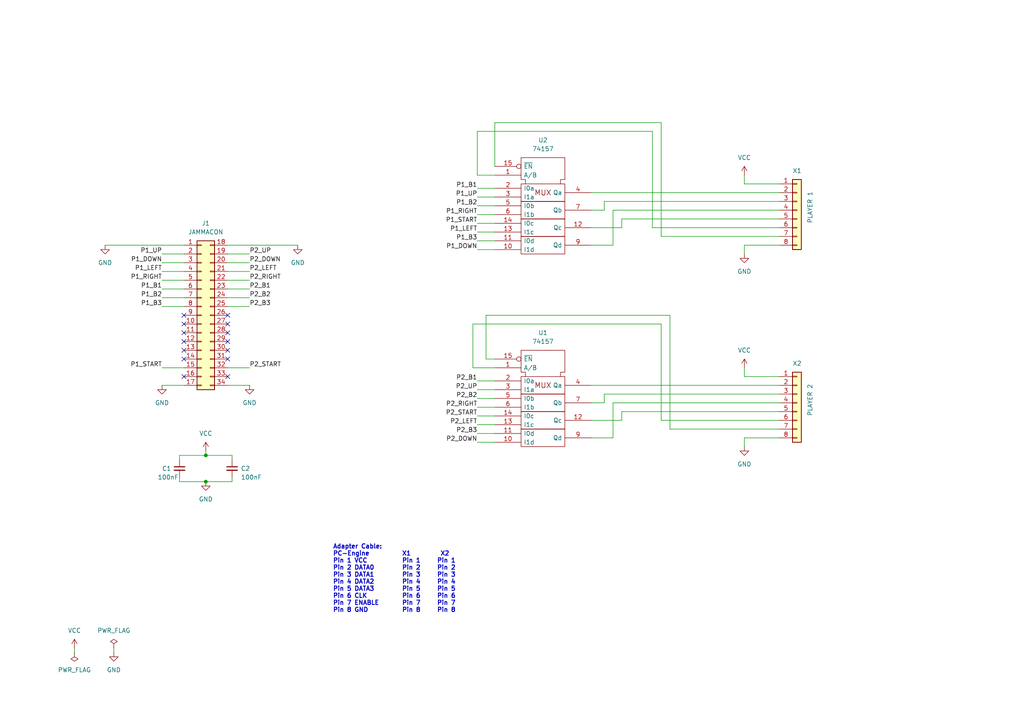
<source format=kicad_sch>
(kicad_sch (version 20211123) (generator eeschema)
  (paper "A4")
  (title_block (title "Jammacon PC-Engine") (rev "2.2") (company "Shane Kiely"))
  (lib_symbols
    (symbol "74xx_IEEE:74157" (pin_names (offset 0.762))
      (property "Reference" "U" (at 7.62 10.16 0))
      (property "Value" "74157" (at 6.35 -16.51 0))
      (symbol "74157_0_0"
        (rectangle (start -6.35 -10.16) (end 6.35 -15.24))
        (rectangle (start -6.35 -5.08) (end 6.35 -10.16))
        (rectangle (start -6.35 0) (end 6.35 -5.08))
        (rectangle (start -6.35 5.08) (end 6.35 0))
        (polyline (pts (xy -5.08 5.08) (xy -5.08 6.35) (xy -6.35 6.35) (xy -6.35 12.7) (xy 6.35 12.7) (xy 6.35 6.35) (xy 5.08 6.35) (xy 5.08 5.08) (xy 5.08 5.08)))
        (text "MUX" (at 0 2.54 0) (effects (font (size 1.524 1.524))))
        (pin power_in line (at 3.81 12.7 270) (length 0) hide (name "VCC") (number "16"))
        (pin power_in line (at 0 12.7 270) (length 0) hide (name "GND") (number "8"))
      )
      (symbol "74157_1_1"
        (pin input line (at -13.97 7.62 0) (length 7.62) (name "A/B") (number "1"))
        (pin input line (at -13.97 -13.97 0) (length 7.62) (name "I1d") (number "10"))
        (pin input line (at -13.97 -11.43 0) (length 7.62) (name "I0d") (number "11"))
        (pin output line (at 13.97 -7.62 180) (length 7.62) (name "Qc") (number "12"))
        (pin input line (at -13.97 -8.89 0) (length 7.62) (name "I1c") (number "13"))
        (pin input line (at -13.97 -6.35 0) (length 7.62) (name "I0c") (number "14"))
        (pin input inverted (at -13.97 10.16 0) (length 7.62) (name "~{EN}") (number "15"))
        (pin input line (at -13.97 3.81 0) (length 7.62) (name "I0a") (number "2"))
        (pin input line (at -13.97 1.27 0) (length 7.62) (name "I1a") (number "3"))
        (pin output line (at 13.97 2.54 180) (length 7.62) (name "Qa") (number "4"))
        (pin input line (at -13.97 -1.27 0) (length 7.62) (name "I0b") (number "5"))
        (pin input line (at -13.97 -3.81 0) (length 7.62) (name "I1b") (number "6"))
        (pin output line (at 13.97 -2.54 180) (length 7.62) (name "Qb") (number "7"))
        (pin output line (at 13.97 -12.7 180) (length 7.62) (name "Qd") (number "9"))
      )
    )
    (symbol "Connector_Generic:Conn_01x08" (pin_names (offset 1.016) hide)
      (property "Reference" "J" (at 0 10.16 0))
      (property "Value" "Conn_01x08" (at 0 -12.7 0))
      (symbol "Conn_01x08_1_1"
        (rectangle (start -1.27 -10.033) (end 0 -10.287) (stroke (width 0.1524)))
        (rectangle (start -1.27 -7.493) (end 0 -7.747) (stroke (width 0.1524)))
        (rectangle (start -1.27 -4.953) (end 0 -5.207) (stroke (width 0.1524)))
        (rectangle (start -1.27 -2.413) (end 0 -2.667) (stroke (width 0.1524)))
        (rectangle (start -1.27 0.127) (end 0 -0.127) (stroke (width 0.1524)))
        (rectangle (start -1.27 2.667) (end 0 2.413) (stroke (width 0.1524)))
        (rectangle (start -1.27 5.207) (end 0 4.953) (stroke (width 0.1524)))
        (rectangle (start -1.27 7.747) (end 0 7.493) (stroke (width 0.1524)))
        (rectangle (start -1.27 8.89) (end 1.27 -11.43) (stroke (width 0.254)) (fill (type background)))
        (pin passive line (at -5.08 7.62 0) (length 3.81) (name "Pin_1") (number "1"))
        (pin passive line (at -5.08 5.08 0) (length 3.81) (name "Pin_2") (number "2"))
        (pin passive line (at -5.08 2.54 0) (length 3.81) (name "Pin_3") (number "3"))
        (pin passive line (at -5.08 0 0) (length 3.81) (name "Pin_4") (number "4"))
        (pin passive line (at -5.08 -2.54 0) (length 3.81) (name "Pin_5") (number "5"))
        (pin passive line (at -5.08 -5.08 0) (length 3.81) (name "Pin_6") (number "6"))
        (pin passive line (at -5.08 -7.62 0) (length 3.81) (name "Pin_7") (number "7"))
        (pin passive line (at -5.08 -10.16 0) (length 3.81) (name "Pin_8") (number "8"))
      )
    )
    (symbol "Connector_Generic:Conn_02x17_Top_Bottom" (pin_names (offset 1.016) hide)
      (property "Reference" "J" (at 1.27 22.86 0))
      (property "Value" "Conn_02x17_Top_Bottom" (at 1.27 -22.86 0))
      (symbol "Conn_02x17_Top_Bottom_1_1"
        (rectangle (start -1.27 -20.193) (end 0 -20.447) (stroke (width 0.1524)))
        (rectangle (start -1.27 -17.653) (end 0 -17.907) (stroke (width 0.1524)))
        (rectangle (start -1.27 -15.113) (end 0 -15.367) (stroke (width 0.1524)))
        (rectangle (start -1.27 -12.573) (end 0 -12.827) (stroke (width 0.1524)))
        (rectangle (start -1.27 -10.033) (end 0 -10.287) (stroke (width 0.1524)))
        (rectangle (start -1.27 -7.493) (end 0 -7.747) (stroke (width 0.1524)))
        (rectangle (start -1.27 -4.953) (end 0 -5.207) (stroke (width 0.1524)))
        (rectangle (start -1.27 -2.413) (end 0 -2.667) (stroke (width 0.1524)))
        (rectangle (start -1.27 0.127) (end 0 -0.127) (stroke (width 0.1524)))
        (rectangle (start -1.27 2.667) (end 0 2.413) (stroke (width 0.1524)))
        (rectangle (start -1.27 5.207) (end 0 4.953) (stroke (width 0.1524)))
        (rectangle (start -1.27 7.747) (end 0 7.493) (stroke (width 0.1524)))
        (rectangle (start -1.27 10.287) (end 0 10.033) (stroke (width 0.1524)))
        (rectangle (start -1.27 12.827) (end 0 12.573) (stroke (width 0.1524)))
        (rectangle (start -1.27 15.367) (end 0 15.113) (stroke (width 0.1524)))
        (rectangle (start -1.27 17.907) (end 0 17.653) (stroke (width 0.1524)))
        (rectangle (start -1.27 20.447) (end 0 20.193) (stroke (width 0.1524)))
        (rectangle (start -1.27 21.59) (end 3.81 -21.59) (stroke (width 0.254)) (fill (type background)))
        (rectangle (start 3.81 -20.193) (end 2.54 -20.447) (stroke (width 0.1524)))
        (rectangle (start 3.81 -17.653) (end 2.54 -17.907) (stroke (width 0.1524)))
        (rectangle (start 3.81 -15.113) (end 2.54 -15.367) (stroke (width 0.1524)))
        (rectangle (start 3.81 -12.573) (end 2.54 -12.827) (stroke (width 0.1524)))
        (rectangle (start 3.81 -10.033) (end 2.54 -10.287) (stroke (width 0.1524)))
        (rectangle (start 3.81 -7.493) (end 2.54 -7.747) (stroke (width 0.1524)))
        (rectangle (start 3.81 -4.953) (end 2.54 -5.207) (stroke (width 0.1524)))
        (rectangle (start 3.81 -2.413) (end 2.54 -2.667) (stroke (width 0.1524)))
        (rectangle (start 3.81 0.127) (end 2.54 -0.127) (stroke (width 0.1524)))
        (rectangle (start 3.81 2.667) (end 2.54 2.413) (stroke (width 0.1524)))
        (rectangle (start 3.81 5.207) (end 2.54 4.953) (stroke (width 0.1524)))
        (rectangle (start 3.81 7.747) (end 2.54 7.493) (stroke (width 0.1524)))
        (rectangle (start 3.81 10.287) (end 2.54 10.033) (stroke (width 0.1524)))
        (rectangle (start 3.81 12.827) (end 2.54 12.573) (stroke (width 0.1524)))
        (rectangle (start 3.81 15.367) (end 2.54 15.113) (stroke (width 0.1524)))
        (rectangle (start 3.81 17.907) (end 2.54 17.653) (stroke (width 0.1524)))
        (rectangle (start 3.81 20.447) (end 2.54 20.193) (stroke (width 0.1524)))
        (pin passive line (at -5.08 20.32 0) (length 3.81) (name "Pin_1") (number "1"))
        (pin passive line (at -5.08 -2.54 0) (length 3.81) (name "Pin_10") (number "10"))
        (pin passive line (at -5.08 -5.08 0) (length 3.81) (name "Pin_11") (number "11"))
        (pin passive line (at -5.08 -7.62 0) (length 3.81) (name "Pin_12") (number "12"))
        (pin passive line (at -5.08 -10.16 0) (length 3.81) (name "Pin_13") (number "13"))
        (pin passive line (at -5.08 -12.7 0) (length 3.81) (name "Pin_14") (number "14"))
        (pin passive line (at -5.08 -15.24 0) (length 3.81) (name "Pin_15") (number "15"))
        (pin passive line (at -5.08 -17.78 0) (length 3.81) (name "Pin_16") (number "16"))
        (pin passive line (at -5.08 -20.32 0) (length 3.81) (name "Pin_17") (number "17"))
        (pin passive line (at 7.62 20.32 180) (length 3.81) (name "Pin_18") (number "18"))
        (pin passive line (at 7.62 17.78 180) (length 3.81) (name "Pin_19") (number "19"))
        (pin passive line (at -5.08 17.78 0) (length 3.81) (name "Pin_2") (number "2"))
        (pin passive line (at 7.62 15.24 180) (length 3.81) (name "Pin_20") (number "20"))
        (pin passive line (at 7.62 12.7 180) (length 3.81) (name "Pin_21") (number "21"))
        (pin passive line (at 7.62 10.16 180) (length 3.81) (name "Pin_22") (number "22"))
        (pin passive line (at 7.62 7.62 180) (length 3.81) (name "Pin_23") (number "23"))
        (pin passive line (at 7.62 5.08 180) (length 3.81) (name "Pin_24") (number "24"))
        (pin passive line (at 7.62 2.54 180) (length 3.81) (name "Pin_25") (number "25"))
        (pin passive line (at 7.62 0 180) (length 3.81) (name "Pin_26") (number "26"))
        (pin passive line (at 7.62 -2.54 180) (length 3.81) (name "Pin_27") (number "27"))
        (pin passive line (at 7.62 -5.08 180) (length 3.81) (name "Pin_28") (number "28"))
        (pin passive line (at 7.62 -7.62 180) (length 3.81) (name "Pin_29") (number "29"))
        (pin passive line (at -5.08 15.24 0) (length 3.81) (name "Pin_3") (number "3"))
        (pin passive line (at 7.62 -10.16 180) (length 3.81) (name "Pin_30") (number "30"))
        (pin passive line (at 7.62 -12.7 180) (length 3.81) (name "Pin_31") (number "31"))
        (pin passive line (at 7.62 -15.24 180) (length 3.81) (name "Pin_32") (number "32"))
        (pin passive line (at 7.62 -17.78 180) (length 3.81) (name "Pin_33") (number "33"))
        (pin passive line (at 7.62 -20.32 180) (length 3.81) (name "Pin_34") (number "34"))
        (pin passive line (at -5.08 12.7 0) (length 3.81) (name "Pin_4") (number "4"))
        (pin passive line (at -5.08 10.16 0) (length 3.81) (name "Pin_5") (number "5"))
        (pin passive line (at -5.08 7.62 0) (length 3.81) (name "Pin_6") (number "6"))
        (pin passive line (at -5.08 5.08 0) (length 3.81) (name "Pin_7") (number "7"))
        (pin passive line (at -5.08 2.54 0) (length 3.81) (name "Pin_8") (number "8"))
        (pin passive line (at -5.08 0 0) (length 3.81) (name "Pin_9") (number "9"))
      )
    )
    (symbol "Device:C_Small" (pin_numbers hide) (pin_names (offset 0.254) hide)
      (property "Reference" "C" (at 0.254 1.778 0))
      (property "Value" "C_Small" (at 0.254 -2.032 0))
      (symbol "C_Small_0_1"
        (polyline (pts (xy -1.524 -0.508) (xy 1.524 -0.508)) (stroke (width 0.3302)))
        (polyline (pts (xy -1.524 0.508) (xy 1.524 0.508)) (stroke (width 0.3048)))
      )
      (symbol "C_Small_1_1"
        (pin passive line (at 0 2.54 270) (length 2.032) (name "~") (number "1"))
        (pin passive line (at 0 -2.54 90) (length 2.032) (name "~") (number "2"))
      )
    )
    (symbol "power:GND" (power) (pin_names (offset 0))
      (property "Value" "GND" (at 0 -3.81 0))
      (symbol "GND_0_1"
        (polyline (pts (xy 0 0) (xy 0 -1.27) (xy 1.27 -1.27) (xy 0 -2.54) (xy -1.27 -1.27) (xy 0 -1.27)))
      )
      (symbol "GND_1_1"
        (pin power_in line (at 0 0 270) (length 0) hide (name "GND") (number "1"))
      )
    )
    (symbol "power:PWR_FLAG" (power) (pin_numbers hide) (pin_names (offset 0) hide)
      (property "Value" "PWR_FLAG" (at 0 3.81 0))
      (symbol "PWR_FLAG_0_0"
        (pin power_out line (at 0 0 90) (length 0) (name "pwr") (number "1"))
      )
      (symbol "PWR_FLAG_0_1"
        (polyline (pts (xy 0 0) (xy 0 1.27) (xy -1.016 1.905) (xy 0 2.54) (xy 1.016 1.905) (xy 0 1.27)))
      )
    )
    (symbol "power:VCC" (power) (pin_names (offset 0))
      (property "Value" "VCC" (at 0 3.81 0))
      (symbol "VCC_0_1"
        (polyline (pts (xy -0.762 1.27) (xy 0 2.54)))
        (polyline (pts (xy 0 0) (xy 0 2.54)))
        (polyline (pts (xy 0 2.54) (xy 0.762 1.27)))
      )
      (symbol "VCC_1_1"
        (pin power_in line (at 0 0 90) (length 0) hide (name "VCC") (number "1"))
      )
    )
  )
  (junction (at 59.69 132.08))
  (junction (at 59.69 139.7))
  (no_connect (at 53.34 99.06))
  (no_connect (at 53.34 101.6))
  (no_connect (at 53.34 104.14))
  (no_connect (at 53.34 91.44))
  (no_connect (at 53.34 93.98))
  (no_connect (at 53.34 96.52))
  (no_connect (at 66.04 91.44))
  (no_connect (at 66.04 93.98))
  (no_connect (at 66.04 96.52))
  (no_connect (at 66.04 99.06))
  (no_connect (at 66.04 101.6))
  (no_connect (at 66.04 104.14))
  (no_connect (at 53.34 109.22))
  (no_connect (at 66.04 109.22))
  (wire (pts (xy 177.8 116.84) (xy 226.06 116.84)))
  (wire (pts (xy 138.43 113.03) (xy 143.51 113.03)))
  (wire (pts (xy 138.43 69.85) (xy 143.51 69.85)))
  (wire (pts (xy 59.69 130.81) (xy 59.69 132.08)))
  (wire (pts (xy 140.97 91.44) (xy 194.31 91.44)))
  (wire (pts (xy 215.9 127) (xy 215.9 129.54)))
  (wire (pts (xy 226.06 109.22) (xy 215.9 109.22)))
  (wire (pts (xy 180.34 63.5) (xy 226.06 63.5)))
  (wire (pts (xy 52.07 132.08) (xy 59.69 132.08)))
  (wire (pts (xy 138.43 64.77) (xy 143.51 64.77)))
  (wire (pts (xy 66.04 111.76) (xy 72.39 111.76)))
  (wire (pts (xy 171.45 71.12) (xy 177.8 71.12)))
  (wire (pts (xy 175.26 60.96) (xy 175.26 58.42)))
  (wire (pts (xy 137.16 106.68) (xy 137.16 93.98)))
  (wire (pts (xy 46.99 86.36) (xy 53.34 86.36)))
  (wire (pts (xy 138.43 120.65) (xy 143.51 120.65)))
  (wire (pts (xy 194.31 91.44) (xy 194.31 124.46)))
  (wire (pts (xy 66.04 83.82) (xy 72.39 83.82)))
  (wire (pts (xy 194.31 124.46) (xy 226.06 124.46)))
  (wire (pts (xy 138.43 115.57) (xy 143.51 115.57)))
  (wire (pts (xy 33.02 187.96) (xy 33.02 189.23)))
  (wire (pts (xy 171.45 121.92) (xy 180.34 121.92)))
  (wire (pts (xy 138.43 125.73) (xy 143.51 125.73)))
  (wire (pts (xy 171.45 60.96) (xy 175.26 60.96)))
  (wire (pts (xy 46.99 106.68) (xy 53.34 106.68)))
  (wire (pts (xy 138.43 128.27) (xy 143.51 128.27)))
  (wire (pts (xy 46.99 111.76) (xy 53.34 111.76)))
  (wire (pts (xy 30.48 71.12) (xy 53.34 71.12)))
  (wire (pts (xy 59.69 132.08) (xy 67.31 132.08)))
  (wire (pts (xy 137.16 93.98) (xy 191.77 93.98)))
  (wire (pts (xy 66.04 88.9) (xy 72.39 88.9)))
  (wire (pts (xy 138.43 50.8) (xy 143.51 50.8)))
  (wire (pts (xy 215.9 106.68) (xy 215.9 109.22)))
  (wire (pts (xy 180.34 66.04) (xy 180.34 63.5)))
  (wire (pts (xy 226.06 53.34) (xy 215.9 53.34)))
  (wire (pts (xy 46.99 88.9) (xy 53.34 88.9)))
  (wire (pts (xy 66.04 71.12) (xy 86.36 71.12)))
  (wire (pts (xy 66.04 81.28) (xy 72.39 81.28)))
  (wire (pts (xy 175.26 116.84) (xy 175.26 114.3)))
  (wire (pts (xy 177.8 71.12) (xy 177.8 60.96)))
  (wire (pts (xy 67.31 138.43) (xy 67.31 139.7)))
  (wire (pts (xy 46.99 76.2) (xy 53.34 76.2)))
  (wire (pts (xy 138.43 118.11) (xy 143.51 118.11)))
  (wire (pts (xy 138.43 57.15) (xy 143.51 57.15)))
  (wire (pts (xy 46.99 73.66) (xy 53.34 73.66)))
  (wire (pts (xy 171.45 66.04) (xy 180.34 66.04)))
  (wire (pts (xy 66.04 86.36) (xy 72.39 86.36)))
  (wire (pts (xy 143.51 104.14) (xy 140.97 104.14)))
  (wire (pts (xy 226.06 127) (xy 215.9 127)))
  (wire (pts (xy 138.43 67.31) (xy 143.51 67.31)))
  (wire (pts (xy 175.26 58.42) (xy 226.06 58.42)))
  (wire (pts (xy 171.45 111.76) (xy 226.06 111.76)))
  (wire (pts (xy 52.07 133.35) (xy 52.07 132.08)))
  (wire (pts (xy 138.43 110.49) (xy 143.51 110.49)))
  (wire (pts (xy 46.99 81.28) (xy 53.34 81.28)))
  (wire (pts (xy 215.9 50.8) (xy 215.9 53.34)))
  (wire (pts (xy 191.77 93.98) (xy 191.77 121.92)))
  (wire (pts (xy 21.59 187.96) (xy 21.59 189.23)))
  (wire (pts (xy 66.04 106.68) (xy 72.39 106.68)))
  (wire (pts (xy 46.99 78.74) (xy 53.34 78.74)))
  (wire (pts (xy 59.69 139.7) (xy 52.07 139.7)))
  (wire (pts (xy 191.77 121.92) (xy 226.06 121.92)))
  (wire (pts (xy 177.8 60.96) (xy 226.06 60.96)))
  (wire (pts (xy 138.43 72.39) (xy 143.51 72.39)))
  (wire (pts (xy 180.34 119.38) (xy 226.06 119.38)))
  (wire (pts (xy 226.06 66.04) (xy 189.23 66.04)))
  (wire (pts (xy 66.04 76.2) (xy 72.39 76.2)))
  (wire (pts (xy 143.51 106.68) (xy 137.16 106.68)))
  (wire (pts (xy 46.99 83.82) (xy 53.34 83.82)))
  (wire (pts (xy 171.45 116.84) (xy 175.26 116.84)))
  (wire (pts (xy 52.07 138.43) (xy 52.07 139.7)))
  (wire (pts (xy 215.9 71.12) (xy 215.9 73.66)))
  (wire (pts (xy 175.26 114.3) (xy 226.06 114.3)))
  (wire (pts (xy 138.43 54.61) (xy 143.51 54.61)))
  (wire (pts (xy 171.45 55.88) (xy 226.06 55.88)))
  (wire (pts (xy 66.04 78.74) (xy 72.39 78.74)))
  (wire (pts (xy 138.43 38.1) (xy 138.43 50.8)))
  (wire (pts (xy 67.31 139.7) (xy 59.69 139.7)))
  (wire (pts (xy 171.45 127) (xy 177.8 127)))
  (wire (pts (xy 191.77 35.56) (xy 191.77 68.58)))
  (wire (pts (xy 226.06 71.12) (xy 215.9 71.12)))
  (wire (pts (xy 177.8 127) (xy 177.8 116.84)))
  (wire (pts (xy 191.77 68.58) (xy 226.06 68.58)))
  (wire (pts (xy 143.51 48.26) (xy 143.51 35.56)))
  (wire (pts (xy 189.23 38.1) (xy 138.43 38.1)))
  (wire (pts (xy 138.43 62.23) (xy 143.51 62.23)))
  (wire (pts (xy 140.97 104.14) (xy 140.97 91.44)))
  (wire (pts (xy 189.23 66.04) (xy 189.23 38.1)))
  (wire (pts (xy 138.43 123.19) (xy 143.51 123.19)))
  (wire (pts (xy 67.31 132.08) (xy 67.31 133.35)))
  (wire (pts (xy 138.43 59.69) (xy 143.51 59.69)))
  (wire (pts (xy 143.51 35.56) (xy 191.77 35.56)))
  (wire (pts (xy 66.04 73.66) (xy 72.39 73.66)))
  (wire (pts (xy 180.34 121.92) (xy 180.34 119.38)))
  (text "Adapter Cable:\nPC-Engine	 	X1		 X2\nPin 1 VCC		Pin 1	Pin 1\nPin 2 DATA0		Pin 2	Pin 2\nPin 3 DATA1		Pin 3	Pin 3\nPin 4 DATA2		Pin 4	Pin 4\nPin 5 DATA3		Pin 5	Pin 5\nPin 6 CLK		Pin 6	Pin 6\nPin 7 ENABLE	Pin 7	Pin 7\nPin 8 GND		Pin 8	Pin 8" (at 96.52 177.8 0) (effects (font (size 1.27 1.27) (thickness 0.254) bold) (justify left bottom)))
  (label "P1_LEFT" (at 46.99 78.74 180))
  (label "P2_B2" (at 72.39 86.36 0))
  (label "P1_B2" (at 46.99 86.36 180))
  (label "P1_LEFT" (at 138.43 67.31 180))
  (label "P2_DOWN" (at 72.39 76.2 0))
  (label "P1_B1" (at 46.99 83.82 180))
  (label "P1_B2" (at 138.43 59.69 180))
  (label "P2_LEFT" (at 72.39 78.74 0))
  (label "P1_START" (at 46.99 106.68 180))
  (label "P2_RIGHT" (at 138.43 118.11 180))
  (label "P1_B3" (at 46.99 88.9 180))
  (label "P2_B1" (at 138.43 110.49 180))
  (label "P1_DOWN" (at 138.43 72.39 180))
  (label "P2_B1" (at 72.39 83.82 0))
  (label "P2_LEFT" (at 138.43 123.19 180))
  (label "P2_DOWN" (at 138.43 128.27 180))
  (label "P1_DOWN" (at 46.99 76.2 180))
  (label "P1_B1" (at 138.43 54.61 180))
  (label "P2_B3" (at 138.43 125.73 180))
  (label "P2_RIGHT" (at 72.39 81.28 0))
  (label "P2_B3" (at 72.39 88.9 0))
  (label "P1_UP" (at 46.99 73.66 180))
  (label "P1_RIGHT" (at 138.43 62.23 180))
  (label "P2_START" (at 138.43 120.65 180))
  (label "P1_START" (at 138.43 64.77 180))
  (label "P1_UP" (at 138.43 57.15 180))
  (label "P2_UP" (at 72.39 73.66 0))
  (label "P2_START" (at 72.39 106.68 0))
  (label "P1_RIGHT" (at 46.99 81.28 180))
  (label "P2_UP" (at 138.43 113.03 180))
  (label "P1_B3" (at 138.43 69.85 180))
  (label "P2_B2" (at 138.43 115.57 180))
  (symbol (lib_id "Connector_Generic:Conn_01x08") (at 231.14 60.96 0) (unit 1)
    (property "Reference" "X1" (at 229.87 49.53 0) (effects (justify left)))
    (property "Value" "PLAYER 1" (at 234.95 64.77 90) (effects (justify left)))
  )
  (symbol (lib_id "power:PWR_FLAG") (at 33.02 187.96 0) (unit 1)
    (property "Reference" "#FLG02" (effects hide))
    (property "Value" "PWR_FLAG" (at 33.02 182.88 0))
  )
  (symbol (lib_id "Device:C_Small") (at 52.07 135.89 0) (unit 1)
    (property "Reference" "C1" (at 46.99 135.89 0) (effects (justify left)))
    (property "Value" "100nF" (at 45.72 138.43 0) (effects (justify left)))
  )
  (symbol (lib_id "74xx_IEEE:74157") (at 157.48 114.3 0) (unit 1)
    (property "Reference" "U1" (at 157.48 96.52 0))
    (property "Value" "74157" (at 157.48 99.06 0))
  )
  (symbol (lib_id "Device:C_Small") (at 67.31 135.89 0) (unit 1)
    (property "Reference" "C2" (at 69.85 135.89 0) (effects (justify left)))
    (property "Value" "100nF" (at 69.85 138.43 0) (effects (justify left)))
  )
  (symbol (lib_id "power:GND") (at 86.36 71.12 0) (unit 1)
    (property "Reference" "#PWR08" (effects hide))
    (property "Value" "GND" (at 86.36 76.2 0))
  )
  (symbol (lib_id "74xx_IEEE:74157") (at 157.48 58.42 0) (unit 1)
    (property "Reference" "U2" (at 157.48 40.64 0))
    (property "Value" "74157" (at 157.48 43.18 0))
  )
  (symbol (lib_id "power:GND") (at 46.99 111.76 0) (unit 1)
    (property "Reference" "#PWR04" (effects hide))
    (property "Value" "GND" (at 46.99 116.84 0))
  )
  (symbol (lib_id "power:VCC") (at 215.9 50.8 0) (unit 1)
    (property "Reference" "#PWR09" (effects hide))
    (property "Value" "VCC" (at 215.9 45.72 0))
  )
  (symbol (lib_id "power:GND") (at 215.9 73.66 0) (unit 1)
    (property "Reference" "#PWR010" (effects hide))
    (property "Value" "GND" (at 215.9 78.74 0))
  )
  (symbol (lib_id "power:PWR_FLAG") (at 21.59 189.23 180) (unit 1)
    (property "Reference" "#FLG01" (effects hide))
    (property "Value" "PWR_FLAG" (at 21.59 194.31 0))
  )
  (symbol (lib_id "power:GND") (at 215.9 129.54 0) (unit 1)
    (property "Reference" "#PWR012" (effects hide))
    (property "Value" "GND" (at 215.9 134.62 0))
  )
  (symbol (lib_id "power:GND") (at 30.48 71.12 0) (unit 1)
    (property "Reference" "#PWR02" (effects hide))
    (property "Value" "GND" (at 30.48 76.2 0))
  )
  (symbol (lib_id "power:VCC") (at 59.69 130.81 0) (unit 1)
    (property "Reference" "#PWR05" (effects hide))
    (property "Value" "VCC" (at 59.69 125.73 0))
  )
  (symbol (lib_id "power:VCC") (at 215.9 106.68 0) (unit 1)
    (property "Reference" "#PWR011" (effects hide))
    (property "Value" "VCC" (at 215.9 101.6 0))
  )
  (symbol (lib_id "Connector_Generic:Conn_02x17_Top_Bottom") (at 58.42 91.44 0) (unit 1)
    (property "Reference" "J1" (at 59.69 64.77 0))
    (property "Value" "JAMMACON" (at 59.69 67.31 0))
  )
  (symbol (lib_id "power:GND") (at 33.02 189.23 0) (unit 1)
    (property "Reference" "#PWR03" (effects hide))
    (property "Value" "GND" (at 33.02 194.31 0))
  )
  (symbol (lib_id "power:GND") (at 59.69 139.7 0) (unit 1)
    (property "Reference" "#PWR06" (effects hide))
    (property "Value" "GND" (at 59.69 144.78 0))
  )
  (symbol (lib_id "power:GND") (at 72.39 111.76 0) (unit 1)
    (property "Reference" "#PWR07" (effects hide))
    (property "Value" "GND" (at 72.39 116.84 0))
  )
  (symbol (lib_id "power:VCC") (at 21.59 187.96 0) (unit 1)
    (property "Reference" "#PWR01" (effects hide))
    (property "Value" "VCC" (at 21.59 182.88 0))
  )
  (symbol (lib_id "Connector_Generic:Conn_01x08") (at 231.14 116.84 0) (unit 1)
    (property "Reference" "X2" (at 229.87 105.41 0) (effects (justify left)))
    (property "Value" "PLAYER 2" (at 234.95 120.65 90) (effects (justify left)))
  )
)
</source>
